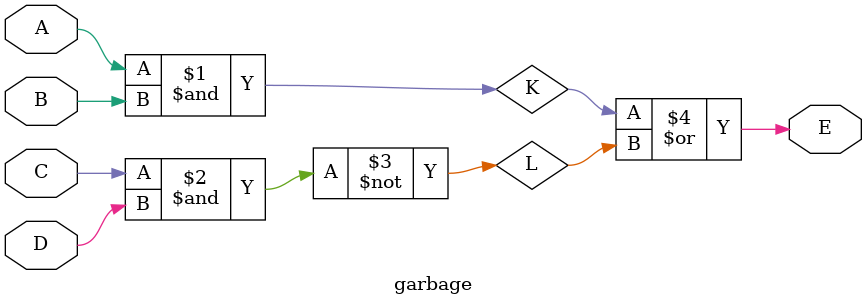
<source format=v>
`timescale 1ns / 1ps

module garbage(A,B,C,D,E);
    input A,B,C,D;
    output E;
    wire K,L;
    
    and a1(K,A,B);
    nand a2(L,C,D);
    or a3(E,K,L);

endmodule











</source>
